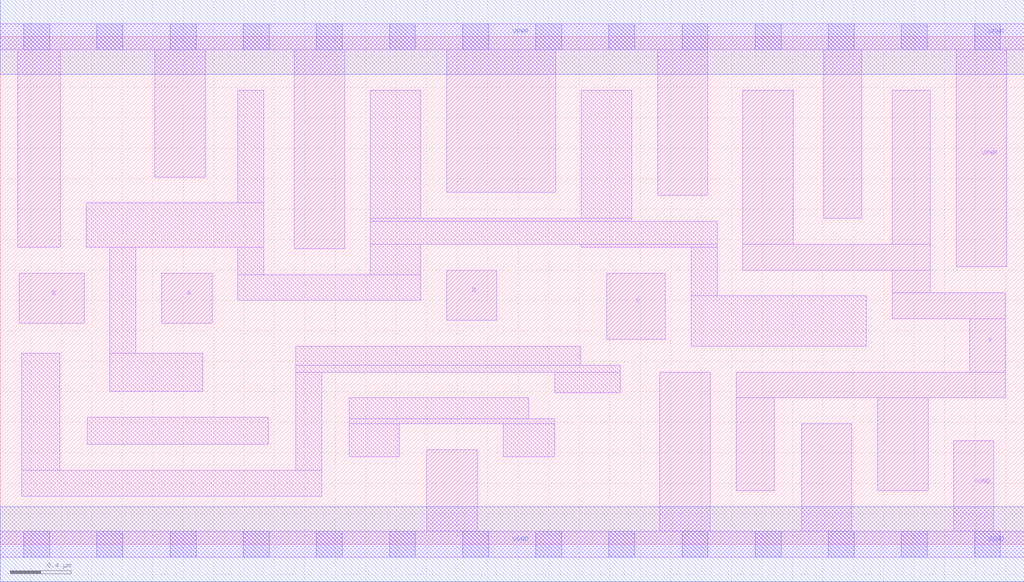
<source format=lef>
# Copyright 2020 The SkyWater PDK Authors
#
# Licensed under the Apache License, Version 2.0 (the "License");
# you may not use this file except in compliance with the License.
# You may obtain a copy of the License at
#
#     https://www.apache.org/licenses/LICENSE-2.0
#
# Unless required by applicable law or agreed to in writing, software
# distributed under the License is distributed on an "AS IS" BASIS,
# WITHOUT WARRANTIES OR CONDITIONS OF ANY KIND, either express or implied.
# See the License for the specific language governing permissions and
# limitations under the License.
#
# SPDX-License-Identifier: Apache-2.0

VERSION 5.7 ;
  NAMESCASESENSITIVE ON ;
  NOWIREEXTENSIONATPIN ON ;
  DIVIDERCHAR "/" ;
  BUSBITCHARS "[]" ;
UNITS
  DATABASE MICRONS 200 ;
END UNITS
MACRO sky130_fd_sc_hs__and4_4
  CLASS CORE ;
  SOURCE USER ;
  FOREIGN sky130_fd_sc_hs__and4_4 ;
  ORIGIN  0.000000  0.000000 ;
  SIZE  6.720000 BY  3.330000 ;
  SYMMETRY X Y ;
  SITE unit ;
  PIN A
    ANTENNAGATEAREA  0.492000 ;
    DIRECTION INPUT ;
    USE SIGNAL ;
    PORT
      LAYER li1 ;
        RECT 1.060000 1.450000 1.390000 1.780000 ;
    END
  END A
  PIN B
    ANTENNAGATEAREA  0.492000 ;
    DIRECTION INPUT ;
    USE SIGNAL ;
    PORT
      LAYER li1 ;
        RECT 0.125000 1.450000 0.550000 1.780000 ;
    END
  END B
  PIN C
    ANTENNAGATEAREA  0.492000 ;
    DIRECTION INPUT ;
    USE SIGNAL ;
    PORT
      LAYER li1 ;
        RECT 3.980000 1.345000 4.365000 1.780000 ;
    END
  END C
  PIN D
    ANTENNAGATEAREA  0.492000 ;
    DIRECTION INPUT ;
    USE SIGNAL ;
    PORT
      LAYER li1 ;
        RECT 2.930000 1.470000 3.260000 1.800000 ;
    END
  END D
  PIN X
    ANTENNADIFFAREA  1.164600 ;
    DIRECTION OUTPUT ;
    USE SIGNAL ;
    PORT
      LAYER li1 ;
        RECT 4.830000 0.350000 5.080000 0.960000 ;
        RECT 4.830000 0.960000 6.595000 1.130000 ;
        RECT 4.875000 1.800000 6.105000 1.970000 ;
        RECT 4.875000 1.970000 5.205000 2.980000 ;
        RECT 5.760000 0.350000 6.090000 0.960000 ;
        RECT 5.855000 1.480000 6.595000 1.650000 ;
        RECT 5.855000 1.650000 6.105000 1.800000 ;
        RECT 5.855000 1.970000 6.105000 2.980000 ;
        RECT 6.365000 1.130000 6.595000 1.480000 ;
    END
  END X
  PIN VGND
    DIRECTION INOUT ;
    USE GROUND ;
    PORT
      LAYER li1 ;
        RECT 0.000000 -0.085000 6.720000 0.085000 ;
        RECT 2.800000  0.085000 3.130000 0.620000 ;
        RECT 4.330000  0.085000 4.660000 1.130000 ;
        RECT 5.260000  0.085000 5.590000 0.790000 ;
        RECT 6.260000  0.085000 6.520000 0.680000 ;
      LAYER mcon ;
        RECT 0.155000 -0.085000 0.325000 0.085000 ;
        RECT 0.635000 -0.085000 0.805000 0.085000 ;
        RECT 1.115000 -0.085000 1.285000 0.085000 ;
        RECT 1.595000 -0.085000 1.765000 0.085000 ;
        RECT 2.075000 -0.085000 2.245000 0.085000 ;
        RECT 2.555000 -0.085000 2.725000 0.085000 ;
        RECT 3.035000 -0.085000 3.205000 0.085000 ;
        RECT 3.515000 -0.085000 3.685000 0.085000 ;
        RECT 3.995000 -0.085000 4.165000 0.085000 ;
        RECT 4.475000 -0.085000 4.645000 0.085000 ;
        RECT 4.955000 -0.085000 5.125000 0.085000 ;
        RECT 5.435000 -0.085000 5.605000 0.085000 ;
        RECT 5.915000 -0.085000 6.085000 0.085000 ;
        RECT 6.395000 -0.085000 6.565000 0.085000 ;
      LAYER met1 ;
        RECT 0.000000 -0.245000 6.720000 0.245000 ;
    END
  END VGND
  PIN VPWR
    DIRECTION INOUT ;
    USE POWER ;
    PORT
      LAYER li1 ;
        RECT 0.000000 3.245000 6.720000 3.415000 ;
        RECT 0.115000 1.950000 0.395000 3.245000 ;
        RECT 1.015000 2.410000 1.345000 3.245000 ;
        RECT 1.930000 1.940000 2.260000 3.245000 ;
        RECT 2.930000 2.310000 3.645000 3.245000 ;
        RECT 4.315000 2.290000 4.645000 3.245000 ;
        RECT 5.405000 2.140000 5.655000 3.245000 ;
        RECT 6.275000 1.820000 6.605000 3.245000 ;
      LAYER mcon ;
        RECT 0.155000 3.245000 0.325000 3.415000 ;
        RECT 0.635000 3.245000 0.805000 3.415000 ;
        RECT 1.115000 3.245000 1.285000 3.415000 ;
        RECT 1.595000 3.245000 1.765000 3.415000 ;
        RECT 2.075000 3.245000 2.245000 3.415000 ;
        RECT 2.555000 3.245000 2.725000 3.415000 ;
        RECT 3.035000 3.245000 3.205000 3.415000 ;
        RECT 3.515000 3.245000 3.685000 3.415000 ;
        RECT 3.995000 3.245000 4.165000 3.415000 ;
        RECT 4.475000 3.245000 4.645000 3.415000 ;
        RECT 4.955000 3.245000 5.125000 3.415000 ;
        RECT 5.435000 3.245000 5.605000 3.415000 ;
        RECT 5.915000 3.245000 6.085000 3.415000 ;
        RECT 6.395000 3.245000 6.565000 3.415000 ;
      LAYER met1 ;
        RECT 0.000000 3.085000 6.720000 3.575000 ;
    END
  END VPWR
  OBS
    LAYER li1 ;
      RECT 0.140000 0.315000 2.110000 0.485000 ;
      RECT 0.140000 0.485000 0.390000 1.255000 ;
      RECT 0.565000 1.950000 1.730000 2.240000 ;
      RECT 0.570000 0.655000 1.760000 0.835000 ;
      RECT 0.720000 1.005000 1.330000 1.255000 ;
      RECT 0.720000 1.255000 0.890000 1.950000 ;
      RECT 1.560000 1.600000 2.760000 1.770000 ;
      RECT 1.560000 1.770000 1.730000 1.950000 ;
      RECT 1.560000 2.240000 1.730000 2.980000 ;
      RECT 1.940000 0.485000 2.110000 1.130000 ;
      RECT 1.940000 1.130000 4.070000 1.175000 ;
      RECT 1.940000 1.175000 3.810000 1.300000 ;
      RECT 2.290000 0.575000 2.620000 0.790000 ;
      RECT 2.290000 0.790000 3.640000 0.825000 ;
      RECT 2.290000 0.825000 3.470000 0.960000 ;
      RECT 2.430000 1.770000 2.760000 1.970000 ;
      RECT 2.430000 1.970000 4.705000 2.120000 ;
      RECT 2.430000 2.120000 4.145000 2.140000 ;
      RECT 2.430000 2.140000 2.760000 2.980000 ;
      RECT 3.300000 0.575000 3.640000 0.790000 ;
      RECT 3.640000 0.995000 4.070000 1.130000 ;
      RECT 3.815000 1.950000 4.705000 1.970000 ;
      RECT 3.815000 2.140000 4.145000 2.980000 ;
      RECT 4.535000 1.300000 5.685000 1.630000 ;
      RECT 4.535000 1.630000 4.705000 1.950000 ;
  END
END sky130_fd_sc_hs__and4_4

</source>
